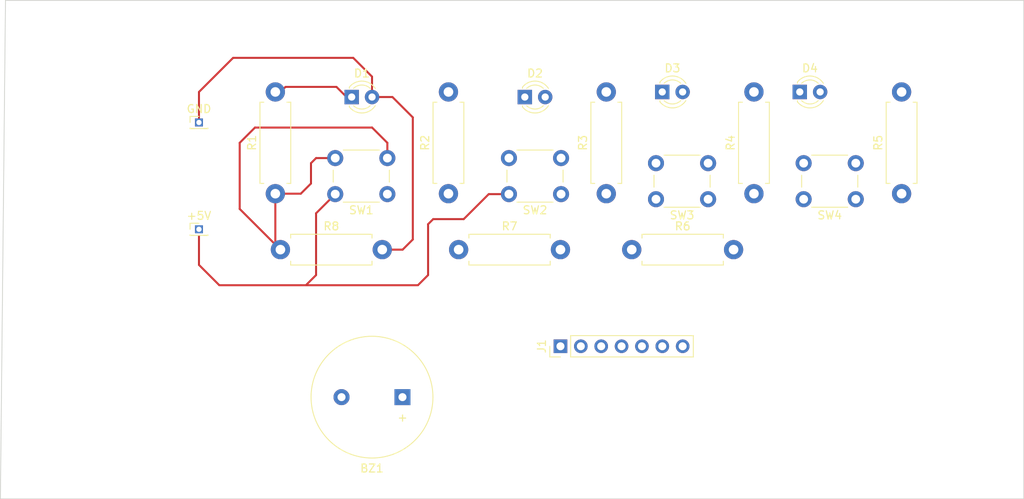
<source format=kicad_pcb>
(kicad_pcb (version 20221018) (generator pcbnew)
  (layers (0 "F.Cu" signal) (31 "B.Cu" signal) (34 "B.Paste" user) (35 "F.Paste" user) (36 "B.SilkS" user "B.Silkscreen") (37 "F.SilkS" user "F.Silkscreen") (38 "B.Mask" user) (39 "F.Mask" user) (44 "Edge.Cuts" user))
  (net 0 "")
  (net 1 "Net-(D1-K)")
  (net 2 "13")
  (net 3 "Net-(D2-K)")
  (net 4 "10")
  (net 5 "Net-(D3-K)")
  (net 6 "8")
  (net 7 "Net-(D4-K)")
  (net 8 "Earth")
  (net 9 "2")
  (net 10 "+5V")
  (net 11 "5")
  (footprint "Connector_PinHeader_1.27mm:PinHeader_1x01_P1.27mm_Vertical" (layer "F.Cu") (at 87.63 79.375)
    (fp_text reference "GND" (at 0 -1.695) (layer "F.SilkS"))
    (fp_text value "PinHeader_1x01_P1.27mm_Vertical" hide)
    (fp_line (start -1.11 -0.76) (end 0 -0.76) (stroke (width 0.12)) (layer "F.SilkS"))
    (fp_line (start -1.11 0) (end -1.11 -0.76) (stroke (width 0.12)) (layer "F.SilkS"))
    (fp_line (start -1.11 0.76) (end -1.11 0.695) (stroke (width 0.12)) (layer "F.SilkS"))
    (fp_line (start -1.11 0.76) (end -0.563471 0.76) (stroke (width 0.12)) (layer "F.SilkS"))
    (fp_line (start -1.11 0.76) (end 1.11 0.76) (stroke (width 0.12)) (layer "F.SilkS"))
    (fp_line (start 0.563471 0.76) (end 1.11 0.76) (stroke (width 0.12)) (layer "F.SilkS"))
    (fp_line (start 1.11 0.76) (end 1.11 0.695) (stroke (width 0.12)) (layer "F.SilkS"))
    (pad "1" thru_hole rect (at 0 0) (size 1 1) (drill 0.65) (layers "*.Cu" "*.Mask") (net 8 "Earth"))
  )
  (footprint "Button_Switch_THT:SW_PUSH_6mm" (layer "F.Cu") (at 169.545 88.955 180)
    (fp_text reference "SW4" (at 3.25 -2) (layer "F.SilkS"))
    (fp_text value "SW_Push")
    (fp_line (start -0.25 1.5) (end -0.25 3) (stroke (width 0.12)) (layer "F.SilkS"))
    (fp_line (start 1 5.5) (end 5.5 5.5) (stroke (width 0.12)) (layer "F.SilkS"))
    (fp_line (start 5.5 -1) (end 1 -1) (stroke (width 0.12)) (layer "F.SilkS"))
    (fp_line (start 6.75 3) (end 6.75 1.5) (stroke (width 0.12)) (layer "F.SilkS"))
    (pad "1" thru_hole circle (at 0 0 270) (size 2 2) (drill 1.1) (layers "*.Cu" "*.Mask") (net 10 "+5V"))
    (pad "1" thru_hole circle (at 6.5 0 270) (size 2 2) (drill 1.1) (layers "*.Cu" "*.Mask") (net 10 "+5V"))
    (pad "2" thru_hole circle (at 0 4.5 270) (size 2 2) (drill 1.1) (layers "*.Cu" "*.Mask") (net 9 "2"))
    (pad "2" thru_hole circle (at 6.5 4.5 270) (size 2 2) (drill 1.1) (layers "*.Cu" "*.Mask") (net 9 "2"))
  )
  (footprint "Resistor_THT:R_Axial_DIN0411_L9.9mm_D3.6mm_P12.70mm_Horizontal" (layer "F.Cu") (at 97.79 95.25)
    (fp_text reference "R8" (at 6.35 -2.92) (layer "F.SilkS"))
    (fp_text value "1k")
    (fp_line (start 1.28 -1.92) (end 11.42 -1.92) (stroke (width 0.12)) (layer "F.SilkS"))
    (fp_line (start 1.28 -1.44) (end 1.28 -1.92) (stroke (width 0.12)) (layer "F.SilkS"))
    (fp_line (start 1.28 1.44) (end 1.28 1.92) (stroke (width 0.12)) (layer "F.SilkS"))
    (fp_line (start 1.28 1.92) (end 11.42 1.92) (stroke (width 0.12)) (layer "F.SilkS"))
    (fp_line (start 11.42 -1.92) (end 11.42 -1.44) (stroke (width 0.12)) (layer "F.SilkS"))
    (fp_line (start 11.42 1.92) (end 11.42 1.44) (stroke (width 0.12)) (layer "F.SilkS"))
    (pad "1" thru_hole circle (at 0 0) (size 2.4 2.4) (drill 1.2) (layers "*.Cu" "*.Mask") (net 2 "13"))
    (pad "2" thru_hole oval (at 12.7 0) (size 2.4 2.4) (drill 1.2) (layers "*.Cu" "*.Mask") (net 8 "Earth"))
  )
  (footprint "Resistor_THT:R_Axial_DIN0411_L9.9mm_D3.6mm_P12.70mm_Horizontal" (layer "F.Cu") (at 156.845 88.265 90)
    (fp_text reference "R4" (at 6.35 -2.92 90) (layer "F.SilkS"))
    (fp_text value "330")
    (fp_line (start 1.28 -1.92) (end 11.42 -1.92) (stroke (width 0.12)) (layer "F.SilkS"))
    (fp_line (start 1.28 -1.44) (end 1.28 -1.92) (stroke (width 0.12)) (layer "F.SilkS"))
    (fp_line (start 1.28 1.44) (end 1.28 1.92) (stroke (width 0.12)) (layer "F.SilkS"))
    (fp_line (start 1.28 1.92) (end 11.42 1.92) (stroke (width 0.12)) (layer "F.SilkS"))
    (fp_line (start 11.42 -1.92) (end 11.42 -1.44) (stroke (width 0.12)) (layer "F.SilkS"))
    (fp_line (start 11.42 1.92) (end 11.42 1.44) (stroke (width 0.12)) (layer "F.SilkS"))
    (pad "1" thru_hole circle (at 0 0 90) (size 2.4 2.4) (drill 1.2) (layers "*.Cu" "*.Mask") (net 9 "2"))
    (pad "2" thru_hole oval (at 12.7 0 90) (size 2.4 2.4) (drill 1.2) (layers "*.Cu" "*.Mask") (net 7 "Net-(D4-K)"))
  )
  (footprint "Resistor_THT:R_Axial_DIN0411_L9.9mm_D3.6mm_P12.70mm_Horizontal" (layer "F.Cu") (at 175.26 88.265 90)
    (fp_text reference "R5" (at 6.35 -2.92 90) (layer "F.SilkS"))
    (fp_text value "1k")
    (fp_line (start 1.28 -1.92) (end 11.42 -1.92) (stroke (width 0.12)) (layer "F.SilkS"))
    (fp_line (start 1.28 -1.44) (end 1.28 -1.92) (stroke (width 0.12)) (layer "F.SilkS"))
    (fp_line (start 1.28 1.44) (end 1.28 1.92) (stroke (width 0.12)) (layer "F.SilkS"))
    (fp_line (start 1.28 1.92) (end 11.42 1.92) (stroke (width 0.12)) (layer "F.SilkS"))
    (fp_line (start 11.42 -1.92) (end 11.42 -1.44) (stroke (width 0.12)) (layer "F.SilkS"))
    (fp_line (start 11.42 1.92) (end 11.42 1.44) (stroke (width 0.12)) (layer "F.SilkS"))
    (pad "1" thru_hole circle (at 0 0 90) (size 2.4 2.4) (drill 1.2) (layers "*.Cu" "*.Mask") (net 9 "2"))
    (pad "2" thru_hole oval (at 12.7 0 90) (size 2.4 2.4) (drill 1.2) (layers "*.Cu" "*.Mask") (net 8 "Earth"))
  )
  (footprint "Button_Switch_THT:SW_PUSH_6mm" (layer "F.Cu") (at 111.125 88.32 180)
    (fp_text reference "SW1" (at 3.25 -2) (layer "F.SilkS"))
    (fp_text value "SW_Push")
    (fp_line (start -0.25 1.5) (end -0.25 3) (stroke (width 0.12)) (layer "F.SilkS"))
    (fp_line (start 1 5.5) (end 5.5 5.5) (stroke (width 0.12)) (layer "F.SilkS"))
    (fp_line (start 5.5 -1) (end 1 -1) (stroke (width 0.12)) (layer "F.SilkS"))
    (fp_line (start 6.75 3) (end 6.75 1.5) (stroke (width 0.12)) (layer "F.SilkS"))
    (pad "1" thru_hole circle (at 0 0 270) (size 2 2) (drill 1.1) (layers "*.Cu" "*.Mask") (net 10 "+5V"))
    (pad "1" thru_hole circle (at 6.5 0 270) (size 2 2) (drill 1.1) (layers "*.Cu" "*.Mask") (net 10 "+5V"))
    (pad "2" thru_hole circle (at 0 4.5 270) (size 2 2) (drill 1.1) (layers "*.Cu" "*.Mask") (net 2 "13"))
    (pad "2" thru_hole circle (at 6.5 4.5 270) (size 2 2) (drill 1.1) (layers "*.Cu" "*.Mask") (net 2 "13"))
  )
  (footprint "LED_THT:LED_D3.0mm" (layer "F.Cu") (at 128.27 76.2)
    (fp_text reference "D2" (at 1.27 -2.96) (layer "F.SilkS"))
    (fp_text value "LED")
    (fp_line (start -0.29 -1.236) (end -0.29 -1.08) (stroke (width 0.12)) (layer "F.SilkS"))
    (fp_line (start -0.29 1.08) (end -0.29 1.236) (stroke (width 0.12)) (layer "F.SilkS"))
    (fp_arc (start -0.29 -1.235516) (mid 1.366487 -1.987659) (end 2.942335 -1.078608) (stroke (width 0.12)) (layer "F.SilkS"))
    (fp_arc (start 0.229039 -1.08) (mid 1.270117 -1.5) (end 2.31113 -1.079837) (stroke (width 0.12)) (layer "F.SilkS"))
    (fp_arc (start 2.31113 1.079837) (mid 1.270117 1.5) (end 0.229039 1.08) (stroke (width 0.12)) (layer "F.SilkS"))
    (fp_arc (start 2.942335 1.078608) (mid 1.366487 1.987659) (end -0.29 1.235516) (stroke (width 0.12)) (layer "F.SilkS"))
    (pad "1" thru_hole rect (at 0 0) (size 1.8 1.8) (drill 0.9) (layers "*.Cu" "*.Mask") (net 3 "Net-(D2-K)"))
    (pad "2" thru_hole circle (at 2.54 0) (size 1.8 1.8) (drill 0.9) (layers "*.Cu" "*.Mask") (net 8 "Earth"))
  )
  (footprint "Resistor_THT:R_Axial_DIN0411_L9.9mm_D3.6mm_P12.70mm_Horizontal" (layer "F.Cu") (at 118.745 88.265 90)
    (fp_text reference "R2" (at 6.35 -2.92 90) (layer "F.SilkS"))
    (fp_text value "330")
    (fp_line (start 1.28 -1.92) (end 11.42 -1.92) (stroke (width 0.12)) (layer "F.SilkS"))
    (fp_line (start 1.28 -1.44) (end 1.28 -1.92) (stroke (width 0.12)) (layer "F.SilkS"))
    (fp_line (start 1.28 1.44) (end 1.28 1.92) (stroke (width 0.12)) (layer "F.SilkS"))
    (fp_line (start 1.28 1.92) (end 11.42 1.92) (stroke (width 0.12)) (layer "F.SilkS"))
    (fp_line (start 11.42 -1.92) (end 11.42 -1.44) (stroke (width 0.12)) (layer "F.SilkS"))
    (fp_line (start 11.42 1.92) (end 11.42 1.44) (stroke (width 0.12)) (layer "F.SilkS"))
    (pad "1" thru_hole circle (at 0 0 90) (size 2.4 2.4) (drill 1.2) (layers "*.Cu" "*.Mask") (net 4 "10"))
    (pad "2" thru_hole oval (at 12.7 0 90) (size 2.4 2.4) (drill 1.2) (layers "*.Cu" "*.Mask") (net 3 "Net-(D2-K)"))
  )
  (footprint "Buzzer_Beeper:Buzzer_15x7.5RM7.6" (layer "F.Cu") (at 113.01 113.665 180)
    (fp_text reference "BZ1" (at 3.81 -8.89) (layer "F.SilkS"))
    (fp_text value "Buzzer")
    (fp_text user "+" (at -0.01 -2.54) (layer "F.SilkS"))
    (fp_circle (center 3.8 0) (end 11.4 0) (stroke (width 0.12)) (fill none) (layer "F.SilkS"))
    (pad "1" thru_hole rect (at 0 0 180) (size 2 2) (drill 1) (layers "*.Cu" "*.Mask") (net 11 "5"))
    (pad "2" thru_hole circle (at 7.6 0 180) (size 2 2) (drill 1) (layers "*.Cu" "*.Mask") (net 8 "Earth"))
  )
  (footprint "Button_Switch_THT:SW_PUSH_6mm" (layer "F.Cu") (at 132.79 88.32 180)
    (fp_text reference "SW2" (at 3.25 -2) (layer "F.SilkS"))
    (fp_text value "SW_Push")
    (fp_line (start -0.25 1.5) (end -0.25 3) (stroke (width 0.12)) (layer "F.SilkS"))
    (fp_line (start 1 5.5) (end 5.5 5.5) (stroke (width 0.12)) (layer "F.SilkS"))
    (fp_line (start 5.5 -1) (end 1 -1) (stroke (width 0.12)) (layer "F.SilkS"))
    (fp_line (start 6.75 3) (end 6.75 1.5) (stroke (width 0.12)) (layer "F.SilkS"))
    (pad "1" thru_hole circle (at 0 0 270) (size 2 2) (drill 1.1) (layers "*.Cu" "*.Mask") (net 10 "+5V"))
    (pad "1" thru_hole circle (at 6.5 0 270) (size 2 2) (drill 1.1) (layers "*.Cu" "*.Mask") (net 10 "+5V"))
    (pad "2" thru_hole circle (at 0 4.5 270) (size 2 2) (drill 1.1) (layers "*.Cu" "*.Mask") (net 4 "10"))
    (pad "2" thru_hole circle (at 6.5 4.5 270) (size 2 2) (drill 1.1) (layers "*.Cu" "*.Mask") (net 4 "10"))
  )
  (footprint "Connector_PinHeader_1.27mm:PinHeader_1x01_P1.27mm_Vertical" (layer "F.Cu") (at 87.63 92.71)
    (fp_text reference "+5V" (at 0 -1.695) (layer "F.SilkS"))
    (fp_text value "PinHeader_1x01_P1.27mm_Vertical" hide)
    (fp_line (start -1.11 -0.76) (end 0 -0.76) (stroke (width 0.12)) (layer "F.SilkS"))
    (fp_line (start -1.11 0) (end -1.11 -0.76) (stroke (width 0.12)) (layer "F.SilkS"))
    (fp_line (start -1.11 0.76) (end -1.11 0.695) (stroke (width 0.12)) (layer "F.SilkS"))
    (fp_line (start -1.11 0.76) (end -0.563471 0.76) (stroke (width 0.12)) (layer "F.SilkS"))
    (fp_line (start -1.11 0.76) (end 1.11 0.76) (stroke (width 0.12)) (layer "F.SilkS"))
    (fp_line (start 0.563471 0.76) (end 1.11 0.76) (stroke (width 0.12)) (layer "F.SilkS"))
    (fp_line (start 1.11 0.76) (end 1.11 0.695) (stroke (width 0.12)) (layer "F.SilkS"))
    (pad "1" thru_hole rect (at 0 0) (size 1 1) (drill 0.65) (layers "*.Cu" "*.Mask"))
  )
  (footprint "LED_THT:LED_D3.0mm" (layer "F.Cu") (at 145.41 75.565)
    (fp_text reference "D3" (at 1.27 -2.96) (layer "F.SilkS"))
    (fp_text value "LED")
    (fp_line (start -0.29 -1.236) (end -0.29 -1.08) (stroke (width 0.12)) (layer "F.SilkS"))
    (fp_line (start -0.29 1.08) (end -0.29 1.236) (stroke (width 0.12)) (layer "F.SilkS"))
    (fp_arc (start -0.29 -1.235516) (mid 1.366487 -1.987659) (end 2.942335 -1.078608) (stroke (width 0.12)) (layer "F.SilkS"))
    (fp_arc (start 0.229039 -1.08) (mid 1.270117 -1.5) (end 2.31113 -1.079837) (stroke (width 0.12)) (layer "F.SilkS"))
    (fp_arc (start 2.31113 1.079837) (mid 1.270117 1.5) (end 0.229039 1.08) (stroke (width 0.12)) (layer "F.SilkS"))
    (fp_arc (start 2.942335 1.078608) (mid 1.366487 1.987659) (end -0.29 1.235516) (stroke (width 0.12)) (layer "F.SilkS"))
    (pad "1" thru_hole rect (at 0 0) (size 1.8 1.8) (drill 0.9) (layers "*.Cu" "*.Mask") (net 5 "Net-(D3-K)"))
    (pad "2" thru_hole circle (at 2.54 0) (size 1.8 1.8) (drill 0.9) (layers "*.Cu" "*.Mask") (net 8 "Earth"))
  )
  (footprint "LED_THT:LED_D3.0mm" (layer "F.Cu") (at 162.56 75.565)
    (fp_text reference "D4" (at 1.27 -2.96) (layer "F.SilkS"))
    (fp_text value "LED")
    (fp_line (start -0.29 -1.236) (end -0.29 -1.08) (stroke (width 0.12)) (layer "F.SilkS"))
    (fp_line (start -0.29 1.08) (end -0.29 1.236) (stroke (width 0.12)) (layer "F.SilkS"))
    (fp_arc (start -0.29 -1.235516) (mid 1.366487 -1.987659) (end 2.942335 -1.078608) (stroke (width 0.12)) (layer "F.SilkS"))
    (fp_arc (start 0.229039 -1.08) (mid 1.270117 -1.5) (end 2.31113 -1.079837) (stroke (width 0.12)) (layer "F.SilkS"))
    (fp_arc (start 2.31113 1.079837) (mid 1.270117 1.5) (end 0.229039 1.08) (stroke (width 0.12)) (layer "F.SilkS"))
    (fp_arc (start 2.942335 1.078608) (mid 1.366487 1.987659) (end -0.29 1.235516) (stroke (width 0.12)) (layer "F.SilkS"))
    (pad "1" thru_hole rect (at 0 0) (size 1.8 1.8) (drill 0.9) (layers "*.Cu" "*.Mask") (net 7 "Net-(D4-K)"))
    (pad "2" thru_hole circle (at 2.54 0) (size 1.8 1.8) (drill 0.9) (layers "*.Cu" "*.Mask") (net 8 "Earth"))
  )
  (footprint "Button_Switch_THT:SW_PUSH_6mm" (layer "F.Cu") (at 151.13 88.955 180)
    (fp_text reference "SW3" (at 3.25 -2) (layer "F.SilkS"))
    (fp_text value "SW_Push")
    (fp_line (start -0.25 1.5) (end -0.25 3) (stroke (width 0.12)) (layer "F.SilkS"))
    (fp_line (start 1 5.5) (end 5.5 5.5) (stroke (width 0.12)) (layer "F.SilkS"))
    (fp_line (start 5.5 -1) (end 1 -1) (stroke (width 0.12)) (layer "F.SilkS"))
    (fp_line (start 6.75 3) (end 6.75 1.5) (stroke (width 0.12)) (layer "F.SilkS"))
    (pad "1" thru_hole circle (at 0 0 270) (size 2 2) (drill 1.1) (layers "*.Cu" "*.Mask") (net 10 "+5V"))
    (pad "1" thru_hole circle (at 6.5 0 270) (size 2 2) (drill 1.1) (layers "*.Cu" "*.Mask") (net 10 "+5V"))
    (pad "2" thru_hole circle (at 0 4.5 270) (size 2 2) (drill 1.1) (layers "*.Cu" "*.Mask") (net 6 "8"))
    (pad "2" thru_hole circle (at 6.5 4.5 270) (size 2 2) (drill 1.1) (layers "*.Cu" "*.Mask") (net 6 "8"))
  )
  (footprint "Resistor_THT:R_Axial_DIN0411_L9.9mm_D3.6mm_P12.70mm_Horizontal" (layer "F.Cu") (at 141.605 95.25)
    (fp_text reference "R6" (at 6.35 -2.92) (layer "F.SilkS"))
    (fp_text value "1k")
    (fp_line (start 1.28 -1.92) (end 11.42 -1.92) (stroke (width 0.12)) (layer "F.SilkS"))
    (fp_line (start 1.28 -1.44) (end 1.28 -1.92) (stroke (width 0.12)) (layer "F.SilkS"))
    (fp_line (start 1.28 1.44) (end 1.28 1.92) (stroke (width 0.12)) (layer "F.SilkS"))
    (fp_line (start 1.28 1.92) (end 11.42 1.92) (stroke (width 0.12)) (layer "F.SilkS"))
    (fp_line (start 11.42 -1.92) (end 11.42 -1.44) (stroke (width 0.12)) (layer "F.SilkS"))
    (fp_line (start 11.42 1.92) (end 11.42 1.44) (stroke (width 0.12)) (layer "F.SilkS"))
    (pad "1" thru_hole circle (at 0 0) (size 2.4 2.4) (drill 1.2) (layers "*.Cu" "*.Mask") (net 6 "8"))
    (pad "2" thru_hole oval (at 12.7 0) (size 2.4 2.4) (drill 1.2) (layers "*.Cu" "*.Mask") (net 8 "Earth"))
  )
  (footprint "Resistor_THT:R_Axial_DIN0411_L9.9mm_D3.6mm_P12.70mm_Horizontal" (layer "F.Cu") (at 138.43 88.265 90)
    (fp_text reference "R3" (at 6.35 -2.92 90) (layer "F.SilkS"))
    (fp_text value "330")
    (fp_line (start 1.28 -1.92) (end 11.42 -1.92) (stroke (width 0.12)) (layer "F.SilkS"))
    (fp_line (start 1.28 -1.44) (end 1.28 -1.92) (stroke (width 0.12)) (layer "F.SilkS"))
    (fp_line (start 1.28 1.44) (end 1.28 1.92) (stroke (width 0.12)) (layer "F.SilkS"))
    (fp_line (start 1.28 1.92) (end 11.42 1.92) (stroke (width 0.12)) (layer "F.SilkS"))
    (fp_line (start 11.42 -1.92) (end 11.42 -1.44) (stroke (width 0.12)) (layer "F.SilkS"))
    (fp_line (start 11.42 1.92) (end 11.42 1.44) (stroke (width 0.12)) (layer "F.SilkS"))
    (pad "1" thru_hole circle (at 0 0 90) (size 2.4 2.4) (drill 1.2) (layers "*.Cu" "*.Mask") (net 6 "8"))
    (pad "2" thru_hole oval (at 12.7 0 90) (size 2.4 2.4) (drill 1.2) (layers "*.Cu" "*.Mask") (net 5 "Net-(D3-K)"))
  )
  (footprint "Connector_PinHeader_2.54mm:PinHeader_1x07_P2.54mm_Vertical" (layer "F.Cu") (at 132.715 107.315 90)
    (fp_text reference "J1" (at 0 -2.33 90) (layer "F.SilkS"))
    (fp_text value "Conn_01x05")
    (fp_line (start -1.33 -1.33) (end 0 -1.33) (stroke (width 0.12)) (layer "F.SilkS"))
    (fp_line (start -1.33 0) (end -1.33 -1.33) (stroke (width 0.12)) (layer "F.SilkS"))
    (fp_line (start -1.33 1.27) (end -1.33 16.57) (stroke (width 0.12)) (layer "F.SilkS"))
    (fp_line (start -1.33 1.27) (end 1.33 1.27) (stroke (width 0.12)) (layer "F.SilkS"))
    (fp_line (start -1.33 16.57) (end 1.33 16.57) (stroke (width 0.12)) (layer "F.SilkS"))
    (fp_line (start 1.33 1.27) (end 1.33 16.57) (stroke (width 0.12)) (layer "F.SilkS"))
    (pad "1" thru_hole rect (at 0 0 90) (size 1.7 1.7) (drill 1) (layers "*.Cu" "*.Mask") (net 2 "13"))
    (pad "2" thru_hole oval (at 0 2.54 90) (size 1.7 1.7) (drill 1) (layers "*.Cu" "*.Mask") (net 4 "10"))
    (pad "3" thru_hole oval (at 0 5.08 90) (size 1.7 1.7) (drill 1) (layers "*.Cu" "*.Mask") (net 6 "8"))
    (pad "4" thru_hole oval (at 0 7.62 90) (size 1.7 1.7) (drill 1) (layers "*.Cu" "*.Mask") (net 11 "5"))
    (pad "5" thru_hole oval (at 0 10.16 90) (size 1.7 1.7) (drill 1) (layers "*.Cu" "*.Mask") (net 9 "2"))
    (pad "6" thru_hole oval (at 0 12.7 90) (size 1.7 1.7) (drill 1) (layers "*.Cu" "*.Mask"))
    (pad "7" thru_hole oval (at 0 15.24 90) (size 1.7 1.7) (drill 1) (layers "*.Cu" "*.Mask"))
  )
  (footprint "LED_THT:LED_D3.0mm" (layer "F.Cu") (at 106.675 76.2)
    (fp_text reference "D1" (at 1.27 -2.96) (layer "F.SilkS"))
    (fp_text value "LED")
    (fp_line (start -0.29 -1.236) (end -0.29 -1.08) (stroke (width 0.12)) (layer "F.SilkS"))
    (fp_line (start -0.29 1.08) (end -0.29 1.236) (stroke (width 0.12)) (layer "F.SilkS"))
    (fp_arc (start -0.29 -1.235516) (mid 1.366487 -1.987659) (end 2.942335 -1.078608) (stroke (width 0.12)) (layer "F.SilkS"))
    (fp_arc (start 0.229039 -1.08) (mid 1.270117 -1.5) (end 2.31113 -1.079837) (stroke (width 0.12)) (layer "F.SilkS"))
    (fp_arc (start 2.31113 1.079837) (mid 1.270117 1.5) (end 0.229039 1.08) (stroke (width 0.12)) (layer "F.SilkS"))
    (fp_arc (start 2.942335 1.078608) (mid 1.366487 1.987659) (end -0.29 1.235516) (stroke (width 0.12)) (layer "F.SilkS"))
    (pad "1" thru_hole rect (at 0 0) (size 1.8 1.8) (drill 0.9) (layers "*.Cu" "*.Mask") (net 1 "Net-(D1-K)"))
    (pad "2" thru_hole circle (at 2.54 0) (size 1.8 1.8) (drill 0.9) (layers "*.Cu" "*.Mask") (net 8 "Earth"))
  )
  (footprint "Resistor_THT:R_Axial_DIN0411_L9.9mm_D3.6mm_P12.70mm_Horizontal" (layer "F.Cu") (at 120.015 95.25)
    (fp_text reference "R7" (at 6.35 -2.92) (layer "F.SilkS"))
    (fp_text value "1k")
    (fp_line (start 1.28 -1.92) (end 11.42 -1.92) (stroke (width 0.12)) (layer "F.SilkS"))
    (fp_line (start 1.28 -1.44) (end 1.28 -1.92) (stroke (width 0.12)) (layer "F.SilkS"))
    (fp_line (start 1.28 1.44) (end 1.28 1.92) (stroke (width 0.12)) (layer "F.SilkS"))
    (fp_line (start 1.28 1.92) (end 11.42 1.92) (stroke (width 0.12)) (layer "F.SilkS"))
    (fp_line (start 11.42 -1.92) (end 11.42 -1.44) (stroke (width 0.12)) (layer "F.SilkS"))
    (fp_line (start 11.42 1.92) (end 11.42 1.44) (stroke (width 0.12)) (layer "F.SilkS"))
    (pad "1" thru_hole circle (at 0 0) (size 2.4 2.4) (drill 1.2) (layers "*.Cu" "*.Mask") (net 4 "10"))
    (pad "2" thru_hole oval (at 12.7 0) (size 2.4 2.4) (drill 1.2) (layers "*.Cu" "*.Mask") (net 8 "Earth"))
  )
  (footprint "Resistor_THT:R_Axial_DIN0411_L9.9mm_D3.6mm_P12.70mm_Horizontal" (layer "F.Cu") (at 97.155 88.265 90)
    (fp_text reference "R1" (at 6.35 -2.92 90) (layer "F.SilkS"))
    (fp_text value "330")
    (fp_line (start 1.28 -1.92) (end 11.42 -1.92) (stroke (width 0.12)) (layer "F.SilkS"))
    (fp_line (start 1.28 -1.44) (end 1.28 -1.92) (stroke (width 0.12)) (layer "F.SilkS"))
    (fp_line (start 1.28 1.44) (end 1.28 1.92) (stroke (width 0.12)) (layer "F.SilkS"))
    (fp_line (start 1.28 1.92) (end 11.42 1.92) (stroke (width 0.12)) (layer "F.SilkS"))
    (fp_line (start 11.42 -1.92) (end 11.42 -1.44) (stroke (width 0.12)) (layer "F.SilkS"))
    (fp_line (start 11.42 1.92) (end 11.42 1.44) (stroke (width 0.12)) (layer "F.SilkS"))
    (pad "1" thru_hole circle (at 0 0 90) (size 2.4 2.4) (drill 1.2) (layers "*.Cu" "*.Mask") (net 2 "13"))
    (pad "2" thru_hole oval (at 12.7 0 90) (size 2.4 2.4) (drill 1.2) (layers "*.Cu" "*.Mask") (net 1 "Net-(D1-K)"))
  )
  (gr_line (start 62.865 126.365) (end 63.5 64.135) (stroke (width 0.1)) (layer "Edge.Cuts"))
  (gr_line (start 190.5 126.365) (end 62.865 126.365) (stroke (width 0.1)) (layer "Edge.Cuts"))
  (gr_line (start 63.5 64.135) (end 190.5 64.135) (stroke (width 0.1)) (layer "Edge.Cuts"))
  (gr_line (start 190.5 64.135) (end 190.5 126.365) (stroke (width 0.1)) (layer "Edge.Cuts"))
  (segment (start 106.045 76.2) (end 106.675 76.2) (width 0.25) (layer "F.Cu") (net 1))
  (segment (start 104.775 74.93) (end 106.045 76.2) (width 0.25) (layer "F.Cu") (net 1))
  (segment (start 98.425 74.93) (end 97.79 75.565) (width 0.25) (layer "F.Cu") (net 1))
  (segment (start 104.775 74.93) (end 98.425 74.93) (width 0.25) (layer "F.Cu") (net 1))
  (segment (start 101.6 84.455) (end 101.6 86.995) (width 0.25) (layer "F.Cu") (net 2))
  (segment (start 97.155 94.615) (end 97.79 95.25) (width 0.25) (layer "F.Cu") (net 2))
  (segment (start 101.6 86.995) (end 100.33 88.265) (width 0.25) (layer "F.Cu") (net 2))
  (segment (start 97.155 88.265) (end 97.155 94.615) (width 0.25) (layer "F.Cu") (net 2))
  (segment (start 94.615 80.01) (end 109.22 80.01) (width 0.25) (layer "F.Cu") (net 2))
  (segment (start 102.235 83.82) (end 101.6 84.455) (width 0.25) (layer "F.Cu") (net 2))
  (segment (start 92.71 81.915) (end 94.615 80.01) (width 0.25) (layer "F.Cu") (net 2))
  (segment (start 92.71 90.17) (end 92.71 81.915) (width 0.25) (layer "F.Cu") (net 2))
  (segment (start 97.79 95.25) (end 92.71 90.17) (width 0.25) (layer "F.Cu") (net 2))
  (segment (start 100.33 88.265) (end 97.155 88.265) (width 0.25) (layer "F.Cu") (net 2))
  (segment (start 111.125 81.915) (end 111.125 83.82) (width 0.25) (layer "F.Cu") (net 2))
  (segment (start 109.22 80.01) (end 111.125 81.915) (width 0.25) (layer "F.Cu") (net 2))
  (segment (start 104.625 83.82) (end 102.235 83.82) (width 0.25) (layer "F.Cu") (net 2))
  (segment (start 109.215 73.655) (end 106.865 71.305) (width 0.25) (layer "F.Cu") (net 8))
  (segment (start 111.76 76.2) (end 114.3 78.74) (width 0.25) (layer "F.Cu") (net 8))
  (segment (start 106.865 71.305) (end 91.89 71.305) (width 0.25) (layer "F.Cu") (net 8))
  (segment (start 87.63 75.565) (end 87.63 79.375) (width 0.25) (layer "F.Cu") (net 8))
  (segment (start 109.215 76.2) (end 111.76 76.2) (width 0.25) (layer "F.Cu") (net 8))
  (segment (start 114.3 78.74) (end 114.3 93.98) (width 0.25) (layer "F.Cu") (net 8))
  (segment (start 109.215 76.2) (end 109.215 73.655) (width 0.25) (layer "F.Cu") (net 8))
  (segment (start 91.89 71.305) (end 87.63 75.565) (width 0.25) (layer "F.Cu") (net 8))
  (segment (start 114.3 93.98) (end 113.03 95.25) (width 0.25) (layer "F.Cu") (net 8))
  (segment (start 113.03 95.25) (end 110.49 95.25) (width 0.25) (layer "F.Cu") (net 8))
  (segment (start 102.235 90.71) (end 102.235 98.425) (width 0.25) (layer "F.Cu") (net 10))
  (segment (start 90.17 99.695) (end 87.63 97.155) (width 0.25) (layer "F.Cu") (net 10))
  (segment (start 116.205 92.075) (end 116.205 98.425) (width 0.25) (layer "F.Cu") (net 10))
  (segment (start 116.84 91.44) (end 116.205 92.075) (width 0.25) (layer "F.Cu") (net 10))
  (segment (start 116.205 98.425) (end 114.935 99.695) (width 0.25) (layer "F.Cu") (net 10))
  (segment (start 102.235 98.425) (end 100.965 99.695) (width 0.25) (layer "F.Cu") (net 10))
  (segment (start 100.965 99.695) (end 100.33 99.695) (width 0.25) (layer "F.Cu") (net 10))
  (segment (start 126.29 88.32) (end 123.77 88.32) (width 0.25) (layer "F.Cu") (net 10))
  (segment (start 114.935 99.695) (end 100.965 99.695) (width 0.25) (layer "F.Cu") (net 10))
  (segment (start 120.65 91.44) (end 116.84 91.44) (width 0.25) (layer "F.Cu") (net 10))
  (segment (start 104.625 88.32) (end 102.235 90.71) (width 0.25) (layer "F.Cu") (net 10))
  (segment (start 87.63 97.155) (end 87.63 93.535) (width 0.25) (layer "F.Cu") (net 10))
  (segment (start 100.33 99.695) (end 90.17 99.695) (width 0.25) (layer "F.Cu") (net 10))
  (segment (start 123.77 88.32) (end 120.65 91.44) (width 0.25) (layer "F.Cu") (net 10))
)
</source>
